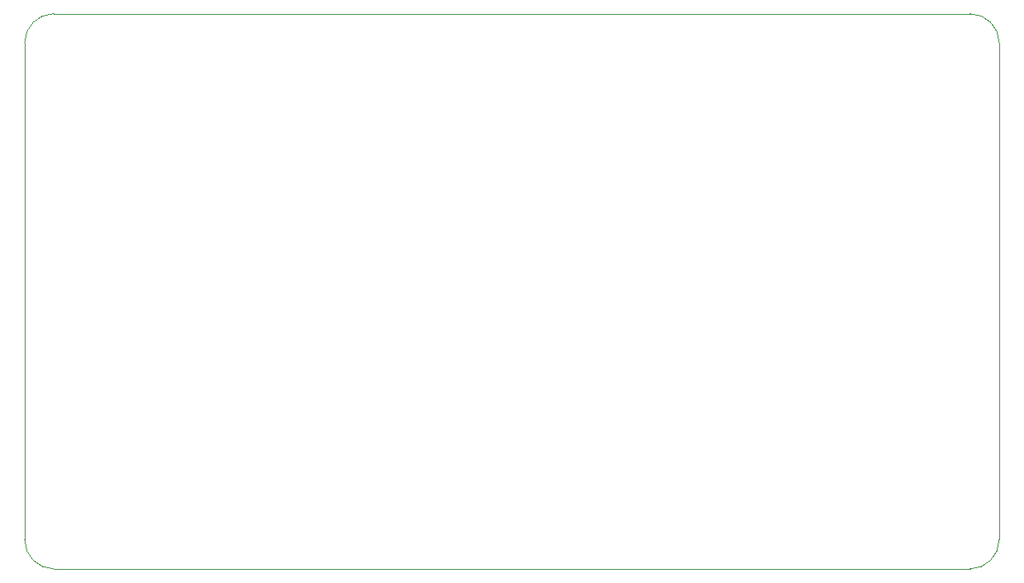
<source format=gm1>
G04 #@! TF.GenerationSoftware,KiCad,Pcbnew,7.0.7*
G04 #@! TF.CreationDate,2023-09-10T11:25:55+02:00*
G04 #@! TF.ProjectId,ESP32Vfo,45535033-3256-4666-9f2e-6b696361645f,rev?*
G04 #@! TF.SameCoordinates,Original*
G04 #@! TF.FileFunction,Profile,NP*
%FSLAX46Y46*%
G04 Gerber Fmt 4.6, Leading zero omitted, Abs format (unit mm)*
G04 Created by KiCad (PCBNEW 7.0.7) date 2023-09-10 11:25:55*
%MOMM*%
%LPD*%
G01*
G04 APERTURE LIST*
G04 #@! TA.AperFunction,Profile*
%ADD10C,0.050000*%
G04 #@! TD*
G04 APERTURE END LIST*
D10*
X38500000Y-91000000D02*
X38500000Y-40000000D01*
X138500000Y-91000000D02*
X138500000Y-73500000D01*
X135500000Y-94000000D02*
G75*
G03*
X138500000Y-91000000I0J3000000D01*
G01*
X41500000Y-37000000D02*
X135500000Y-37000000D01*
X138500000Y-40000000D02*
G75*
G03*
X135500000Y-37000000I-3000000J0D01*
G01*
X38500000Y-91000000D02*
G75*
G03*
X41500000Y-94000000I3000000J0D01*
G01*
X41500000Y-37000000D02*
G75*
G03*
X38500000Y-40000000I0J-3000000D01*
G01*
X138500000Y-40000000D02*
X138500000Y-73500000D01*
X135500000Y-94000000D02*
X41500000Y-94000000D01*
M02*

</source>
